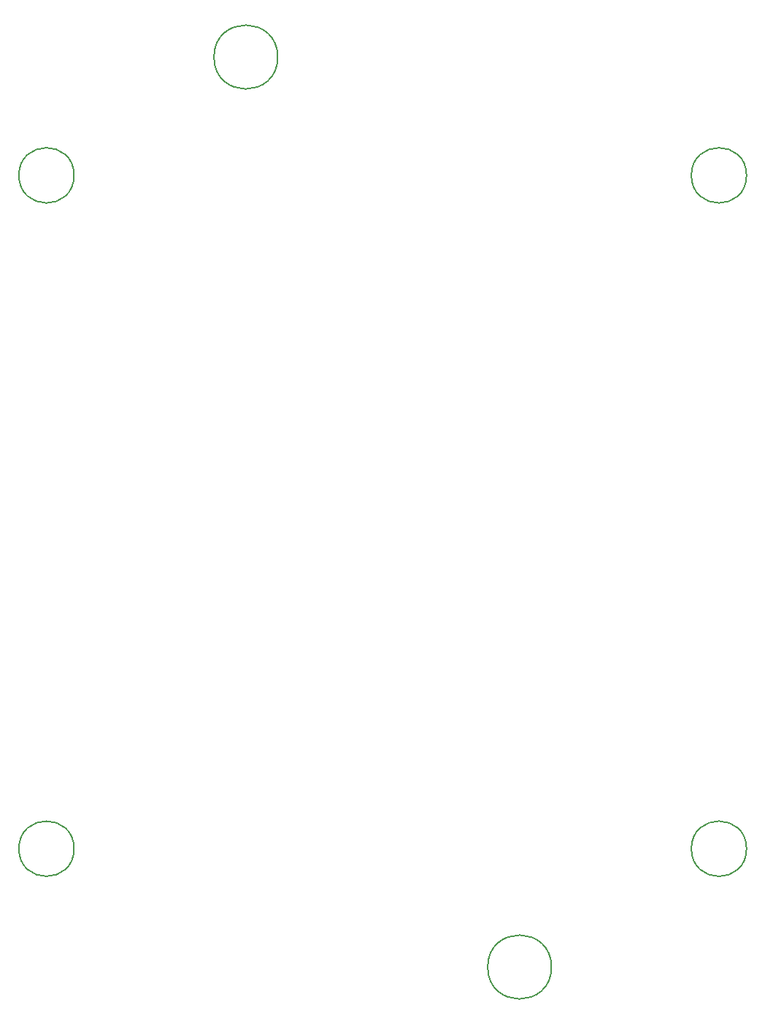
<source format=gbr>
%TF.GenerationSoftware,KiCad,Pcbnew,8.0.0*%
%TF.CreationDate,2024-06-30T13:13:22-04:00*%
%TF.ProjectId,PDB,5044422e-6b69-4636-9164-5f7063625858,rev?*%
%TF.SameCoordinates,Original*%
%TF.FileFunction,Other,Comment*%
%FSLAX46Y46*%
G04 Gerber Fmt 4.6, Leading zero omitted, Abs format (unit mm)*
G04 Created by KiCad (PCBNEW 8.0.0) date 2024-06-30 13:13:22*
%MOMM*%
%LPD*%
G01*
G04 APERTURE LIST*
%ADD10C,0.150000*%
G04 APERTURE END LIST*
D10*
%TO.C,H3*%
X106980254Y-128455174D02*
G75*
G02*
X100580254Y-128455174I-3200000J0D01*
G01*
X100580254Y-128455174D02*
G75*
G02*
X106980254Y-128455174I3200000J0D01*
G01*
%TO.C,H2*%
X106980254Y-50455174D02*
G75*
G02*
X100580254Y-50455174I-3200000J0D01*
G01*
X100580254Y-50455174D02*
G75*
G02*
X106980254Y-50455174I3200000J0D01*
G01*
%TO.C,H5*%
X184980254Y-128455174D02*
G75*
G02*
X178580254Y-128455174I-3200000J0D01*
G01*
X178580254Y-128455174D02*
G75*
G02*
X184980254Y-128455174I3200000J0D01*
G01*
%TO.C,H6*%
X184980254Y-50455174D02*
G75*
G02*
X178580254Y-50455174I-3200000J0D01*
G01*
X178580254Y-50455174D02*
G75*
G02*
X184980254Y-50455174I3200000J0D01*
G01*
%TO.C,H4*%
X162355254Y-142160174D02*
G75*
G02*
X154955254Y-142160174I-3700000J0D01*
G01*
X154955254Y-142160174D02*
G75*
G02*
X162355254Y-142160174I3700000J0D01*
G01*
%TO.C,H1*%
X130605254Y-36750174D02*
G75*
G02*
X123205254Y-36750174I-3700000J0D01*
G01*
X123205254Y-36750174D02*
G75*
G02*
X130605254Y-36750174I3700000J0D01*
G01*
%TD*%
M02*

</source>
